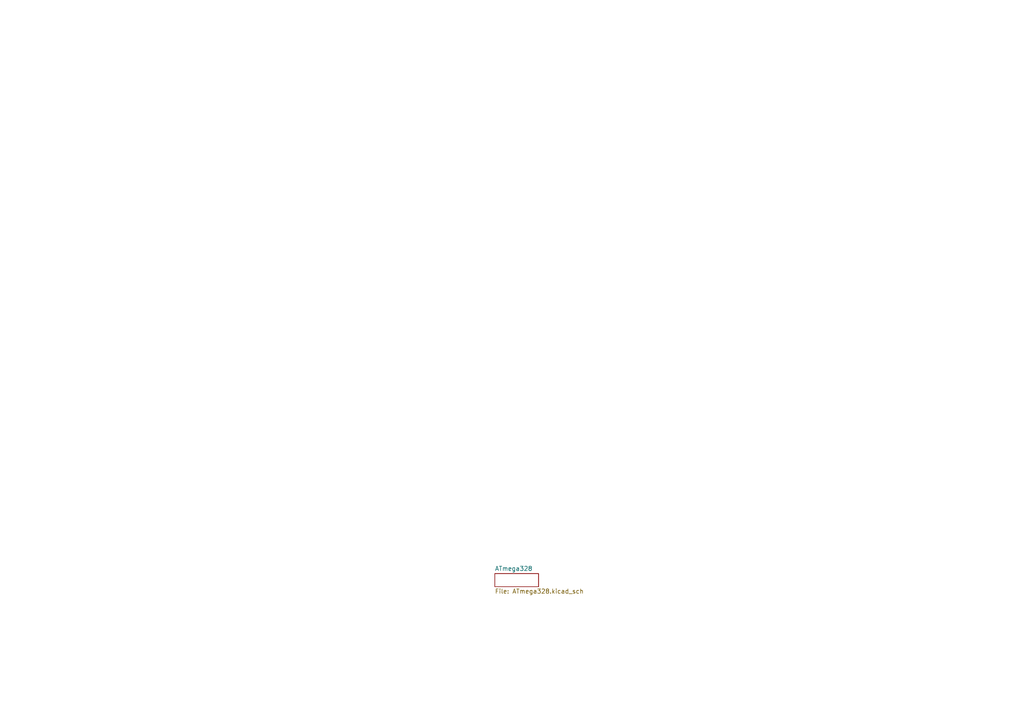
<source format=kicad_sch>
(kicad_sch
	(version 20231120)
	(generator "eeschema")
	(generator_version "8.0")
	(uuid "c8b63c3f-d4e8-4a50-89a3-f1c16cae0a54")
	(paper "A4")
	(lib_symbols)
	(sheet
		(at 143.51 166.37)
		(size 12.7 3.81)
		(fields_autoplaced yes)
		(stroke
			(width 0.1524)
			(type solid)
		)
		(fill
			(color 0 0 0 0.0000)
		)
		(uuid "8c14ef75-6b7d-4cb1-8711-d8693b8f64e9")
		(property "Sheetname" "ATmega328"
			(at 143.51 165.6584 0)
			(effects
				(font
					(size 1.27 1.27)
				)
				(justify left bottom)
			)
		)
		(property "Sheetfile" "ATmega328.kicad_sch"
			(at 143.51 170.7646 0)
			(effects
				(font
					(size 1.27 1.27)
				)
				(justify left top)
			)
		)
		(instances
			(project "ATmega328base-SMD"
				(path "/c8b63c3f-d4e8-4a50-89a3-f1c16cae0a54"
					(page "2")
				)
			)
		)
	)
	(sheet_instances
		(path "/"
			(page "1")
		)
	)
)

</source>
